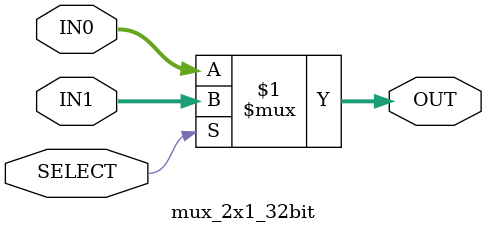
<source format=v>
module mux_2x1_32bit(IN0, IN1, OUT, SELECT);

    //declare the ports
    input [31:0] IN0, IN1;
    input SELECT;
    output [31:0] OUT;

    //connect the relevent input to the output depending depending on the select
    // TODO: Add delay to mux
    assign OUT = SELECT ? IN1 : IN0;
    
    // always @ (IN0, IN1, SELECT) begin
    //     if (SELECT)
    //         OUT = IN1;
    //     else 
    //         OUT = IN0;
    // end

endmodule
</source>
